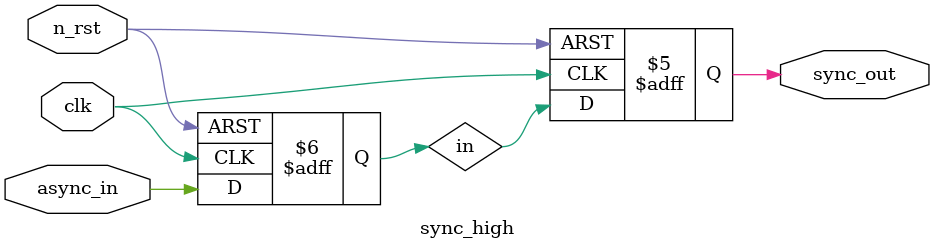
<source format=sv>

module sync_high
(
	input wire clk,
	input wire n_rst,
	input wire async_in,
	output reg sync_out
);

reg in;
always_ff @ (posedge clk, negedge n_rst)
begin
	if(n_rst == 0)
		in <= 1;
	else
		in <= async_in;
end



always_ff @ (posedge clk, negedge n_rst)
begin
	if(n_rst == 0)
		sync_out <= 1;
	else
		sync_out <= in;
end
endmodule

</source>
